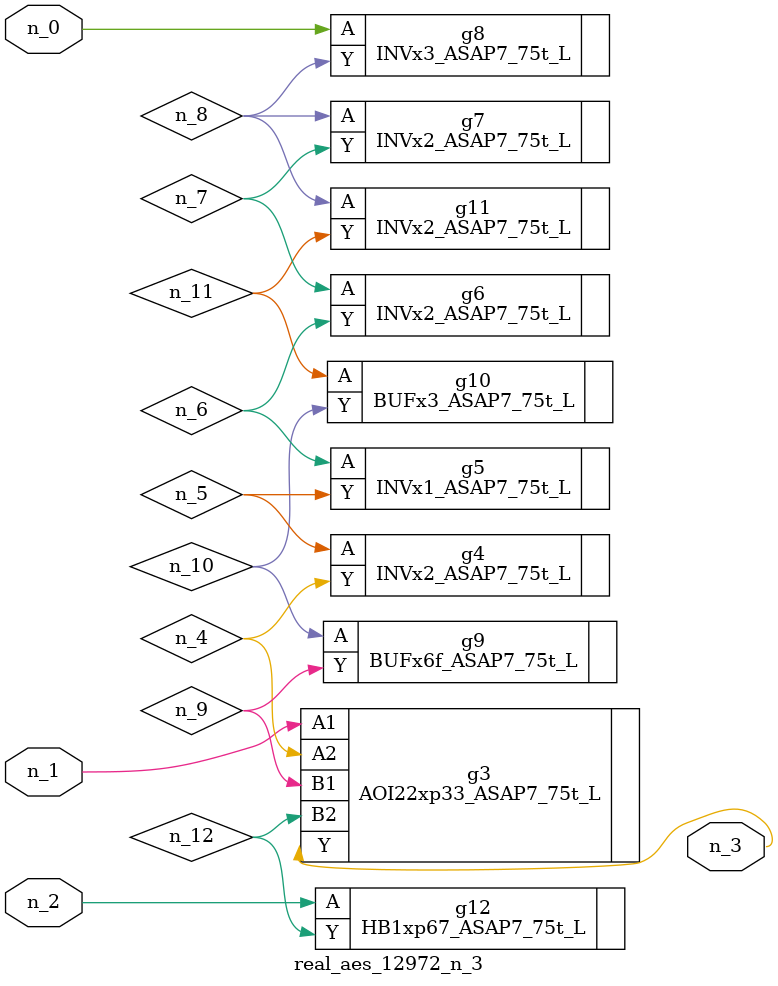
<source format=v>
module real_aes_12972_n_3 (n_0, n_2, n_1, n_3);
input n_0;
input n_2;
input n_1;
output n_3;
wire n_4;
wire n_5;
wire n_7;
wire n_9;
wire n_12;
wire n_6;
wire n_8;
wire n_10;
wire n_11;
INVx3_ASAP7_75t_L g8 ( .A(n_0), .Y(n_8) );
AOI22xp33_ASAP7_75t_L g3 ( .A1(n_1), .A2(n_4), .B1(n_9), .B2(n_12), .Y(n_3) );
HB1xp67_ASAP7_75t_L g12 ( .A(n_2), .Y(n_12) );
INVx2_ASAP7_75t_L g4 ( .A(n_5), .Y(n_4) );
INVx1_ASAP7_75t_L g5 ( .A(n_6), .Y(n_5) );
INVx2_ASAP7_75t_L g6 ( .A(n_7), .Y(n_6) );
INVx2_ASAP7_75t_L g7 ( .A(n_8), .Y(n_7) );
INVx2_ASAP7_75t_L g11 ( .A(n_8), .Y(n_11) );
BUFx6f_ASAP7_75t_L g9 ( .A(n_10), .Y(n_9) );
BUFx3_ASAP7_75t_L g10 ( .A(n_11), .Y(n_10) );
endmodule
</source>
